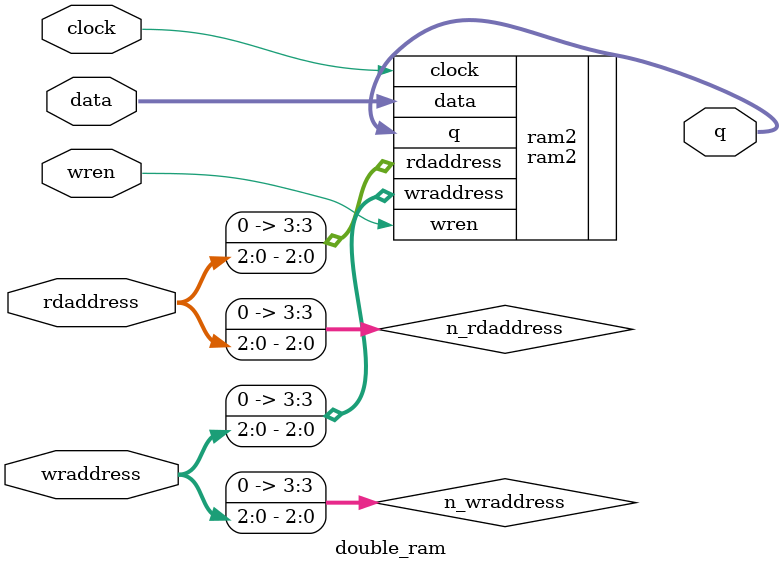
<source format=v>
module double_ram(
       clock,
		 data,
		 rdaddress,
		 wraddress,
		 wren,
		 q
		 );
   input clock;
	input [3:0]data;
	input [2:0]rdaddress;
	input [2:0]wraddress;
	input wren;
	output [3:0]q;
	
	wire [3:0]n_rdaddress = {1'b0,rdaddress};
	wire [3:0]n_wraddress = {1'b0,wraddress};
	
ram2 ram2
(
	.clock(clock),
	.data(data),
	.rdaddress(n_rdaddress),
	.wraddress(n_wraddress),
	.wren(wren),
	.q(q)
);
endmodule
</source>
